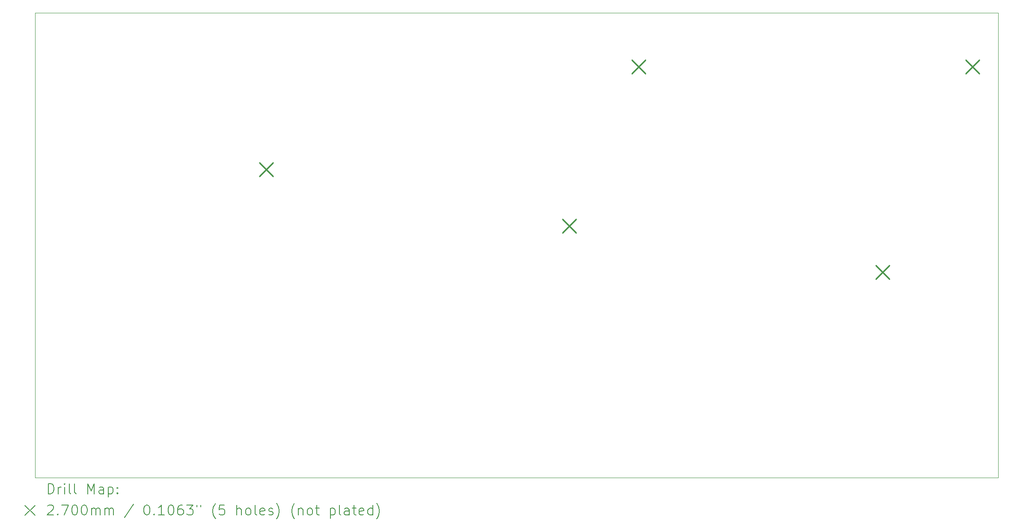
<source format=gbr>
%TF.GenerationSoftware,KiCad,Pcbnew,7.0.10*%
%TF.CreationDate,2024-03-05T22:09:49-05:00*%
%TF.ProjectId,PCB_Main_Final,5043425f-4d61-4696-9e5f-46696e616c2e,rev?*%
%TF.SameCoordinates,Original*%
%TF.FileFunction,Drillmap*%
%TF.FilePolarity,Positive*%
%FSLAX45Y45*%
G04 Gerber Fmt 4.5, Leading zero omitted, Abs format (unit mm)*
G04 Created by KiCad (PCBNEW 7.0.10) date 2024-03-05 22:09:49*
%MOMM*%
%LPD*%
G01*
G04 APERTURE LIST*
%ADD10C,0.100000*%
%ADD11C,0.200000*%
%ADD12C,0.270000*%
G04 APERTURE END LIST*
D10*
X4318000Y-4267200D02*
X23368000Y-4267200D01*
X23368000Y-13462000D01*
X4318000Y-13462000D01*
X4318000Y-4267200D01*
D11*
D12*
X8755000Y-7231000D02*
X9025000Y-7501000D01*
X9025000Y-7231000D02*
X8755000Y-7501000D01*
X14749400Y-8348600D02*
X15019400Y-8618600D01*
X15019400Y-8348600D02*
X14749400Y-8618600D01*
X16121000Y-5199000D02*
X16391000Y-5469000D01*
X16391000Y-5199000D02*
X16121000Y-5469000D01*
X20947000Y-9263000D02*
X21217000Y-9533000D01*
X21217000Y-9263000D02*
X20947000Y-9533000D01*
X22725000Y-5199000D02*
X22995000Y-5469000D01*
X22995000Y-5199000D02*
X22725000Y-5469000D01*
D11*
X4573777Y-13778484D02*
X4573777Y-13578484D01*
X4573777Y-13578484D02*
X4621396Y-13578484D01*
X4621396Y-13578484D02*
X4649967Y-13588008D01*
X4649967Y-13588008D02*
X4669015Y-13607055D01*
X4669015Y-13607055D02*
X4678539Y-13626103D01*
X4678539Y-13626103D02*
X4688063Y-13664198D01*
X4688063Y-13664198D02*
X4688063Y-13692769D01*
X4688063Y-13692769D02*
X4678539Y-13730865D01*
X4678539Y-13730865D02*
X4669015Y-13749912D01*
X4669015Y-13749912D02*
X4649967Y-13768960D01*
X4649967Y-13768960D02*
X4621396Y-13778484D01*
X4621396Y-13778484D02*
X4573777Y-13778484D01*
X4773777Y-13778484D02*
X4773777Y-13645150D01*
X4773777Y-13683246D02*
X4783301Y-13664198D01*
X4783301Y-13664198D02*
X4792824Y-13654674D01*
X4792824Y-13654674D02*
X4811872Y-13645150D01*
X4811872Y-13645150D02*
X4830920Y-13645150D01*
X4897586Y-13778484D02*
X4897586Y-13645150D01*
X4897586Y-13578484D02*
X4888063Y-13588008D01*
X4888063Y-13588008D02*
X4897586Y-13597531D01*
X4897586Y-13597531D02*
X4907110Y-13588008D01*
X4907110Y-13588008D02*
X4897586Y-13578484D01*
X4897586Y-13578484D02*
X4897586Y-13597531D01*
X5021396Y-13778484D02*
X5002348Y-13768960D01*
X5002348Y-13768960D02*
X4992824Y-13749912D01*
X4992824Y-13749912D02*
X4992824Y-13578484D01*
X5126158Y-13778484D02*
X5107110Y-13768960D01*
X5107110Y-13768960D02*
X5097586Y-13749912D01*
X5097586Y-13749912D02*
X5097586Y-13578484D01*
X5354729Y-13778484D02*
X5354729Y-13578484D01*
X5354729Y-13578484D02*
X5421396Y-13721341D01*
X5421396Y-13721341D02*
X5488063Y-13578484D01*
X5488063Y-13578484D02*
X5488063Y-13778484D01*
X5669015Y-13778484D02*
X5669015Y-13673722D01*
X5669015Y-13673722D02*
X5659491Y-13654674D01*
X5659491Y-13654674D02*
X5640443Y-13645150D01*
X5640443Y-13645150D02*
X5602348Y-13645150D01*
X5602348Y-13645150D02*
X5583301Y-13654674D01*
X5669015Y-13768960D02*
X5649967Y-13778484D01*
X5649967Y-13778484D02*
X5602348Y-13778484D01*
X5602348Y-13778484D02*
X5583301Y-13768960D01*
X5583301Y-13768960D02*
X5573777Y-13749912D01*
X5573777Y-13749912D02*
X5573777Y-13730865D01*
X5573777Y-13730865D02*
X5583301Y-13711817D01*
X5583301Y-13711817D02*
X5602348Y-13702293D01*
X5602348Y-13702293D02*
X5649967Y-13702293D01*
X5649967Y-13702293D02*
X5669015Y-13692769D01*
X5764253Y-13645150D02*
X5764253Y-13845150D01*
X5764253Y-13654674D02*
X5783301Y-13645150D01*
X5783301Y-13645150D02*
X5821396Y-13645150D01*
X5821396Y-13645150D02*
X5840443Y-13654674D01*
X5840443Y-13654674D02*
X5849967Y-13664198D01*
X5849967Y-13664198D02*
X5859491Y-13683246D01*
X5859491Y-13683246D02*
X5859491Y-13740388D01*
X5859491Y-13740388D02*
X5849967Y-13759436D01*
X5849967Y-13759436D02*
X5840443Y-13768960D01*
X5840443Y-13768960D02*
X5821396Y-13778484D01*
X5821396Y-13778484D02*
X5783301Y-13778484D01*
X5783301Y-13778484D02*
X5764253Y-13768960D01*
X5945205Y-13759436D02*
X5954729Y-13768960D01*
X5954729Y-13768960D02*
X5945205Y-13778484D01*
X5945205Y-13778484D02*
X5935682Y-13768960D01*
X5935682Y-13768960D02*
X5945205Y-13759436D01*
X5945205Y-13759436D02*
X5945205Y-13778484D01*
X5945205Y-13654674D02*
X5954729Y-13664198D01*
X5954729Y-13664198D02*
X5945205Y-13673722D01*
X5945205Y-13673722D02*
X5935682Y-13664198D01*
X5935682Y-13664198D02*
X5945205Y-13654674D01*
X5945205Y-13654674D02*
X5945205Y-13673722D01*
X4113000Y-14007000D02*
X4313000Y-14207000D01*
X4313000Y-14007000D02*
X4113000Y-14207000D01*
X4564253Y-14017531D02*
X4573777Y-14008008D01*
X4573777Y-14008008D02*
X4592824Y-13998484D01*
X4592824Y-13998484D02*
X4640444Y-13998484D01*
X4640444Y-13998484D02*
X4659491Y-14008008D01*
X4659491Y-14008008D02*
X4669015Y-14017531D01*
X4669015Y-14017531D02*
X4678539Y-14036579D01*
X4678539Y-14036579D02*
X4678539Y-14055627D01*
X4678539Y-14055627D02*
X4669015Y-14084198D01*
X4669015Y-14084198D02*
X4554729Y-14198484D01*
X4554729Y-14198484D02*
X4678539Y-14198484D01*
X4764253Y-14179436D02*
X4773777Y-14188960D01*
X4773777Y-14188960D02*
X4764253Y-14198484D01*
X4764253Y-14198484D02*
X4754729Y-14188960D01*
X4754729Y-14188960D02*
X4764253Y-14179436D01*
X4764253Y-14179436D02*
X4764253Y-14198484D01*
X4840444Y-13998484D02*
X4973777Y-13998484D01*
X4973777Y-13998484D02*
X4888063Y-14198484D01*
X5088063Y-13998484D02*
X5107110Y-13998484D01*
X5107110Y-13998484D02*
X5126158Y-14008008D01*
X5126158Y-14008008D02*
X5135682Y-14017531D01*
X5135682Y-14017531D02*
X5145205Y-14036579D01*
X5145205Y-14036579D02*
X5154729Y-14074674D01*
X5154729Y-14074674D02*
X5154729Y-14122293D01*
X5154729Y-14122293D02*
X5145205Y-14160388D01*
X5145205Y-14160388D02*
X5135682Y-14179436D01*
X5135682Y-14179436D02*
X5126158Y-14188960D01*
X5126158Y-14188960D02*
X5107110Y-14198484D01*
X5107110Y-14198484D02*
X5088063Y-14198484D01*
X5088063Y-14198484D02*
X5069015Y-14188960D01*
X5069015Y-14188960D02*
X5059491Y-14179436D01*
X5059491Y-14179436D02*
X5049967Y-14160388D01*
X5049967Y-14160388D02*
X5040444Y-14122293D01*
X5040444Y-14122293D02*
X5040444Y-14074674D01*
X5040444Y-14074674D02*
X5049967Y-14036579D01*
X5049967Y-14036579D02*
X5059491Y-14017531D01*
X5059491Y-14017531D02*
X5069015Y-14008008D01*
X5069015Y-14008008D02*
X5088063Y-13998484D01*
X5278539Y-13998484D02*
X5297586Y-13998484D01*
X5297586Y-13998484D02*
X5316634Y-14008008D01*
X5316634Y-14008008D02*
X5326158Y-14017531D01*
X5326158Y-14017531D02*
X5335682Y-14036579D01*
X5335682Y-14036579D02*
X5345205Y-14074674D01*
X5345205Y-14074674D02*
X5345205Y-14122293D01*
X5345205Y-14122293D02*
X5335682Y-14160388D01*
X5335682Y-14160388D02*
X5326158Y-14179436D01*
X5326158Y-14179436D02*
X5316634Y-14188960D01*
X5316634Y-14188960D02*
X5297586Y-14198484D01*
X5297586Y-14198484D02*
X5278539Y-14198484D01*
X5278539Y-14198484D02*
X5259491Y-14188960D01*
X5259491Y-14188960D02*
X5249967Y-14179436D01*
X5249967Y-14179436D02*
X5240444Y-14160388D01*
X5240444Y-14160388D02*
X5230920Y-14122293D01*
X5230920Y-14122293D02*
X5230920Y-14074674D01*
X5230920Y-14074674D02*
X5240444Y-14036579D01*
X5240444Y-14036579D02*
X5249967Y-14017531D01*
X5249967Y-14017531D02*
X5259491Y-14008008D01*
X5259491Y-14008008D02*
X5278539Y-13998484D01*
X5430920Y-14198484D02*
X5430920Y-14065150D01*
X5430920Y-14084198D02*
X5440444Y-14074674D01*
X5440444Y-14074674D02*
X5459491Y-14065150D01*
X5459491Y-14065150D02*
X5488063Y-14065150D01*
X5488063Y-14065150D02*
X5507110Y-14074674D01*
X5507110Y-14074674D02*
X5516634Y-14093722D01*
X5516634Y-14093722D02*
X5516634Y-14198484D01*
X5516634Y-14093722D02*
X5526158Y-14074674D01*
X5526158Y-14074674D02*
X5545205Y-14065150D01*
X5545205Y-14065150D02*
X5573777Y-14065150D01*
X5573777Y-14065150D02*
X5592824Y-14074674D01*
X5592824Y-14074674D02*
X5602348Y-14093722D01*
X5602348Y-14093722D02*
X5602348Y-14198484D01*
X5697586Y-14198484D02*
X5697586Y-14065150D01*
X5697586Y-14084198D02*
X5707110Y-14074674D01*
X5707110Y-14074674D02*
X5726158Y-14065150D01*
X5726158Y-14065150D02*
X5754729Y-14065150D01*
X5754729Y-14065150D02*
X5773777Y-14074674D01*
X5773777Y-14074674D02*
X5783301Y-14093722D01*
X5783301Y-14093722D02*
X5783301Y-14198484D01*
X5783301Y-14093722D02*
X5792824Y-14074674D01*
X5792824Y-14074674D02*
X5811872Y-14065150D01*
X5811872Y-14065150D02*
X5840443Y-14065150D01*
X5840443Y-14065150D02*
X5859491Y-14074674D01*
X5859491Y-14074674D02*
X5869015Y-14093722D01*
X5869015Y-14093722D02*
X5869015Y-14198484D01*
X6259491Y-13988960D02*
X6088063Y-14246103D01*
X6516634Y-13998484D02*
X6535682Y-13998484D01*
X6535682Y-13998484D02*
X6554729Y-14008008D01*
X6554729Y-14008008D02*
X6564253Y-14017531D01*
X6564253Y-14017531D02*
X6573777Y-14036579D01*
X6573777Y-14036579D02*
X6583301Y-14074674D01*
X6583301Y-14074674D02*
X6583301Y-14122293D01*
X6583301Y-14122293D02*
X6573777Y-14160388D01*
X6573777Y-14160388D02*
X6564253Y-14179436D01*
X6564253Y-14179436D02*
X6554729Y-14188960D01*
X6554729Y-14188960D02*
X6535682Y-14198484D01*
X6535682Y-14198484D02*
X6516634Y-14198484D01*
X6516634Y-14198484D02*
X6497586Y-14188960D01*
X6497586Y-14188960D02*
X6488063Y-14179436D01*
X6488063Y-14179436D02*
X6478539Y-14160388D01*
X6478539Y-14160388D02*
X6469015Y-14122293D01*
X6469015Y-14122293D02*
X6469015Y-14074674D01*
X6469015Y-14074674D02*
X6478539Y-14036579D01*
X6478539Y-14036579D02*
X6488063Y-14017531D01*
X6488063Y-14017531D02*
X6497586Y-14008008D01*
X6497586Y-14008008D02*
X6516634Y-13998484D01*
X6669015Y-14179436D02*
X6678539Y-14188960D01*
X6678539Y-14188960D02*
X6669015Y-14198484D01*
X6669015Y-14198484D02*
X6659491Y-14188960D01*
X6659491Y-14188960D02*
X6669015Y-14179436D01*
X6669015Y-14179436D02*
X6669015Y-14198484D01*
X6869015Y-14198484D02*
X6754729Y-14198484D01*
X6811872Y-14198484D02*
X6811872Y-13998484D01*
X6811872Y-13998484D02*
X6792825Y-14027055D01*
X6792825Y-14027055D02*
X6773777Y-14046103D01*
X6773777Y-14046103D02*
X6754729Y-14055627D01*
X6992825Y-13998484D02*
X7011872Y-13998484D01*
X7011872Y-13998484D02*
X7030920Y-14008008D01*
X7030920Y-14008008D02*
X7040444Y-14017531D01*
X7040444Y-14017531D02*
X7049967Y-14036579D01*
X7049967Y-14036579D02*
X7059491Y-14074674D01*
X7059491Y-14074674D02*
X7059491Y-14122293D01*
X7059491Y-14122293D02*
X7049967Y-14160388D01*
X7049967Y-14160388D02*
X7040444Y-14179436D01*
X7040444Y-14179436D02*
X7030920Y-14188960D01*
X7030920Y-14188960D02*
X7011872Y-14198484D01*
X7011872Y-14198484D02*
X6992825Y-14198484D01*
X6992825Y-14198484D02*
X6973777Y-14188960D01*
X6973777Y-14188960D02*
X6964253Y-14179436D01*
X6964253Y-14179436D02*
X6954729Y-14160388D01*
X6954729Y-14160388D02*
X6945206Y-14122293D01*
X6945206Y-14122293D02*
X6945206Y-14074674D01*
X6945206Y-14074674D02*
X6954729Y-14036579D01*
X6954729Y-14036579D02*
X6964253Y-14017531D01*
X6964253Y-14017531D02*
X6973777Y-14008008D01*
X6973777Y-14008008D02*
X6992825Y-13998484D01*
X7230920Y-13998484D02*
X7192825Y-13998484D01*
X7192825Y-13998484D02*
X7173777Y-14008008D01*
X7173777Y-14008008D02*
X7164253Y-14017531D01*
X7164253Y-14017531D02*
X7145206Y-14046103D01*
X7145206Y-14046103D02*
X7135682Y-14084198D01*
X7135682Y-14084198D02*
X7135682Y-14160388D01*
X7135682Y-14160388D02*
X7145206Y-14179436D01*
X7145206Y-14179436D02*
X7154729Y-14188960D01*
X7154729Y-14188960D02*
X7173777Y-14198484D01*
X7173777Y-14198484D02*
X7211872Y-14198484D01*
X7211872Y-14198484D02*
X7230920Y-14188960D01*
X7230920Y-14188960D02*
X7240444Y-14179436D01*
X7240444Y-14179436D02*
X7249967Y-14160388D01*
X7249967Y-14160388D02*
X7249967Y-14112769D01*
X7249967Y-14112769D02*
X7240444Y-14093722D01*
X7240444Y-14093722D02*
X7230920Y-14084198D01*
X7230920Y-14084198D02*
X7211872Y-14074674D01*
X7211872Y-14074674D02*
X7173777Y-14074674D01*
X7173777Y-14074674D02*
X7154729Y-14084198D01*
X7154729Y-14084198D02*
X7145206Y-14093722D01*
X7145206Y-14093722D02*
X7135682Y-14112769D01*
X7316634Y-13998484D02*
X7440444Y-13998484D01*
X7440444Y-13998484D02*
X7373777Y-14074674D01*
X7373777Y-14074674D02*
X7402348Y-14074674D01*
X7402348Y-14074674D02*
X7421396Y-14084198D01*
X7421396Y-14084198D02*
X7430920Y-14093722D01*
X7430920Y-14093722D02*
X7440444Y-14112769D01*
X7440444Y-14112769D02*
X7440444Y-14160388D01*
X7440444Y-14160388D02*
X7430920Y-14179436D01*
X7430920Y-14179436D02*
X7421396Y-14188960D01*
X7421396Y-14188960D02*
X7402348Y-14198484D01*
X7402348Y-14198484D02*
X7345206Y-14198484D01*
X7345206Y-14198484D02*
X7326158Y-14188960D01*
X7326158Y-14188960D02*
X7316634Y-14179436D01*
X7516634Y-13998484D02*
X7516634Y-14036579D01*
X7592825Y-13998484D02*
X7592825Y-14036579D01*
X7888063Y-14274674D02*
X7878539Y-14265150D01*
X7878539Y-14265150D02*
X7859491Y-14236579D01*
X7859491Y-14236579D02*
X7849968Y-14217531D01*
X7849968Y-14217531D02*
X7840444Y-14188960D01*
X7840444Y-14188960D02*
X7830920Y-14141341D01*
X7830920Y-14141341D02*
X7830920Y-14103246D01*
X7830920Y-14103246D02*
X7840444Y-14055627D01*
X7840444Y-14055627D02*
X7849968Y-14027055D01*
X7849968Y-14027055D02*
X7859491Y-14008008D01*
X7859491Y-14008008D02*
X7878539Y-13979436D01*
X7878539Y-13979436D02*
X7888063Y-13969912D01*
X8059491Y-13998484D02*
X7964253Y-13998484D01*
X7964253Y-13998484D02*
X7954729Y-14093722D01*
X7954729Y-14093722D02*
X7964253Y-14084198D01*
X7964253Y-14084198D02*
X7983301Y-14074674D01*
X7983301Y-14074674D02*
X8030920Y-14074674D01*
X8030920Y-14074674D02*
X8049968Y-14084198D01*
X8049968Y-14084198D02*
X8059491Y-14093722D01*
X8059491Y-14093722D02*
X8069015Y-14112769D01*
X8069015Y-14112769D02*
X8069015Y-14160388D01*
X8069015Y-14160388D02*
X8059491Y-14179436D01*
X8059491Y-14179436D02*
X8049968Y-14188960D01*
X8049968Y-14188960D02*
X8030920Y-14198484D01*
X8030920Y-14198484D02*
X7983301Y-14198484D01*
X7983301Y-14198484D02*
X7964253Y-14188960D01*
X7964253Y-14188960D02*
X7954729Y-14179436D01*
X8307110Y-14198484D02*
X8307110Y-13998484D01*
X8392825Y-14198484D02*
X8392825Y-14093722D01*
X8392825Y-14093722D02*
X8383301Y-14074674D01*
X8383301Y-14074674D02*
X8364253Y-14065150D01*
X8364253Y-14065150D02*
X8335682Y-14065150D01*
X8335682Y-14065150D02*
X8316634Y-14074674D01*
X8316634Y-14074674D02*
X8307110Y-14084198D01*
X8516634Y-14198484D02*
X8497587Y-14188960D01*
X8497587Y-14188960D02*
X8488063Y-14179436D01*
X8488063Y-14179436D02*
X8478539Y-14160388D01*
X8478539Y-14160388D02*
X8478539Y-14103246D01*
X8478539Y-14103246D02*
X8488063Y-14084198D01*
X8488063Y-14084198D02*
X8497587Y-14074674D01*
X8497587Y-14074674D02*
X8516634Y-14065150D01*
X8516634Y-14065150D02*
X8545206Y-14065150D01*
X8545206Y-14065150D02*
X8564253Y-14074674D01*
X8564253Y-14074674D02*
X8573777Y-14084198D01*
X8573777Y-14084198D02*
X8583301Y-14103246D01*
X8583301Y-14103246D02*
X8583301Y-14160388D01*
X8583301Y-14160388D02*
X8573777Y-14179436D01*
X8573777Y-14179436D02*
X8564253Y-14188960D01*
X8564253Y-14188960D02*
X8545206Y-14198484D01*
X8545206Y-14198484D02*
X8516634Y-14198484D01*
X8697587Y-14198484D02*
X8678539Y-14188960D01*
X8678539Y-14188960D02*
X8669015Y-14169912D01*
X8669015Y-14169912D02*
X8669015Y-13998484D01*
X8849968Y-14188960D02*
X8830920Y-14198484D01*
X8830920Y-14198484D02*
X8792825Y-14198484D01*
X8792825Y-14198484D02*
X8773777Y-14188960D01*
X8773777Y-14188960D02*
X8764253Y-14169912D01*
X8764253Y-14169912D02*
X8764253Y-14093722D01*
X8764253Y-14093722D02*
X8773777Y-14074674D01*
X8773777Y-14074674D02*
X8792825Y-14065150D01*
X8792825Y-14065150D02*
X8830920Y-14065150D01*
X8830920Y-14065150D02*
X8849968Y-14074674D01*
X8849968Y-14074674D02*
X8859492Y-14093722D01*
X8859492Y-14093722D02*
X8859492Y-14112769D01*
X8859492Y-14112769D02*
X8764253Y-14131817D01*
X8935682Y-14188960D02*
X8954730Y-14198484D01*
X8954730Y-14198484D02*
X8992825Y-14198484D01*
X8992825Y-14198484D02*
X9011873Y-14188960D01*
X9011873Y-14188960D02*
X9021396Y-14169912D01*
X9021396Y-14169912D02*
X9021396Y-14160388D01*
X9021396Y-14160388D02*
X9011873Y-14141341D01*
X9011873Y-14141341D02*
X8992825Y-14131817D01*
X8992825Y-14131817D02*
X8964253Y-14131817D01*
X8964253Y-14131817D02*
X8945206Y-14122293D01*
X8945206Y-14122293D02*
X8935682Y-14103246D01*
X8935682Y-14103246D02*
X8935682Y-14093722D01*
X8935682Y-14093722D02*
X8945206Y-14074674D01*
X8945206Y-14074674D02*
X8964253Y-14065150D01*
X8964253Y-14065150D02*
X8992825Y-14065150D01*
X8992825Y-14065150D02*
X9011873Y-14074674D01*
X9088063Y-14274674D02*
X9097587Y-14265150D01*
X9097587Y-14265150D02*
X9116634Y-14236579D01*
X9116634Y-14236579D02*
X9126158Y-14217531D01*
X9126158Y-14217531D02*
X9135682Y-14188960D01*
X9135682Y-14188960D02*
X9145206Y-14141341D01*
X9145206Y-14141341D02*
X9145206Y-14103246D01*
X9145206Y-14103246D02*
X9135682Y-14055627D01*
X9135682Y-14055627D02*
X9126158Y-14027055D01*
X9126158Y-14027055D02*
X9116634Y-14008008D01*
X9116634Y-14008008D02*
X9097587Y-13979436D01*
X9097587Y-13979436D02*
X9088063Y-13969912D01*
X9449968Y-14274674D02*
X9440444Y-14265150D01*
X9440444Y-14265150D02*
X9421396Y-14236579D01*
X9421396Y-14236579D02*
X9411873Y-14217531D01*
X9411873Y-14217531D02*
X9402349Y-14188960D01*
X9402349Y-14188960D02*
X9392825Y-14141341D01*
X9392825Y-14141341D02*
X9392825Y-14103246D01*
X9392825Y-14103246D02*
X9402349Y-14055627D01*
X9402349Y-14055627D02*
X9411873Y-14027055D01*
X9411873Y-14027055D02*
X9421396Y-14008008D01*
X9421396Y-14008008D02*
X9440444Y-13979436D01*
X9440444Y-13979436D02*
X9449968Y-13969912D01*
X9526158Y-14065150D02*
X9526158Y-14198484D01*
X9526158Y-14084198D02*
X9535682Y-14074674D01*
X9535682Y-14074674D02*
X9554730Y-14065150D01*
X9554730Y-14065150D02*
X9583301Y-14065150D01*
X9583301Y-14065150D02*
X9602349Y-14074674D01*
X9602349Y-14074674D02*
X9611873Y-14093722D01*
X9611873Y-14093722D02*
X9611873Y-14198484D01*
X9735682Y-14198484D02*
X9716634Y-14188960D01*
X9716634Y-14188960D02*
X9707111Y-14179436D01*
X9707111Y-14179436D02*
X9697587Y-14160388D01*
X9697587Y-14160388D02*
X9697587Y-14103246D01*
X9697587Y-14103246D02*
X9707111Y-14084198D01*
X9707111Y-14084198D02*
X9716634Y-14074674D01*
X9716634Y-14074674D02*
X9735682Y-14065150D01*
X9735682Y-14065150D02*
X9764254Y-14065150D01*
X9764254Y-14065150D02*
X9783301Y-14074674D01*
X9783301Y-14074674D02*
X9792825Y-14084198D01*
X9792825Y-14084198D02*
X9802349Y-14103246D01*
X9802349Y-14103246D02*
X9802349Y-14160388D01*
X9802349Y-14160388D02*
X9792825Y-14179436D01*
X9792825Y-14179436D02*
X9783301Y-14188960D01*
X9783301Y-14188960D02*
X9764254Y-14198484D01*
X9764254Y-14198484D02*
X9735682Y-14198484D01*
X9859492Y-14065150D02*
X9935682Y-14065150D01*
X9888063Y-13998484D02*
X9888063Y-14169912D01*
X9888063Y-14169912D02*
X9897587Y-14188960D01*
X9897587Y-14188960D02*
X9916634Y-14198484D01*
X9916634Y-14198484D02*
X9935682Y-14198484D01*
X10154730Y-14065150D02*
X10154730Y-14265150D01*
X10154730Y-14074674D02*
X10173777Y-14065150D01*
X10173777Y-14065150D02*
X10211873Y-14065150D01*
X10211873Y-14065150D02*
X10230920Y-14074674D01*
X10230920Y-14074674D02*
X10240444Y-14084198D01*
X10240444Y-14084198D02*
X10249968Y-14103246D01*
X10249968Y-14103246D02*
X10249968Y-14160388D01*
X10249968Y-14160388D02*
X10240444Y-14179436D01*
X10240444Y-14179436D02*
X10230920Y-14188960D01*
X10230920Y-14188960D02*
X10211873Y-14198484D01*
X10211873Y-14198484D02*
X10173777Y-14198484D01*
X10173777Y-14198484D02*
X10154730Y-14188960D01*
X10364254Y-14198484D02*
X10345206Y-14188960D01*
X10345206Y-14188960D02*
X10335682Y-14169912D01*
X10335682Y-14169912D02*
X10335682Y-13998484D01*
X10526158Y-14198484D02*
X10526158Y-14093722D01*
X10526158Y-14093722D02*
X10516635Y-14074674D01*
X10516635Y-14074674D02*
X10497587Y-14065150D01*
X10497587Y-14065150D02*
X10459492Y-14065150D01*
X10459492Y-14065150D02*
X10440444Y-14074674D01*
X10526158Y-14188960D02*
X10507111Y-14198484D01*
X10507111Y-14198484D02*
X10459492Y-14198484D01*
X10459492Y-14198484D02*
X10440444Y-14188960D01*
X10440444Y-14188960D02*
X10430920Y-14169912D01*
X10430920Y-14169912D02*
X10430920Y-14150865D01*
X10430920Y-14150865D02*
X10440444Y-14131817D01*
X10440444Y-14131817D02*
X10459492Y-14122293D01*
X10459492Y-14122293D02*
X10507111Y-14122293D01*
X10507111Y-14122293D02*
X10526158Y-14112769D01*
X10592825Y-14065150D02*
X10669015Y-14065150D01*
X10621396Y-13998484D02*
X10621396Y-14169912D01*
X10621396Y-14169912D02*
X10630920Y-14188960D01*
X10630920Y-14188960D02*
X10649968Y-14198484D01*
X10649968Y-14198484D02*
X10669015Y-14198484D01*
X10811873Y-14188960D02*
X10792825Y-14198484D01*
X10792825Y-14198484D02*
X10754730Y-14198484D01*
X10754730Y-14198484D02*
X10735682Y-14188960D01*
X10735682Y-14188960D02*
X10726158Y-14169912D01*
X10726158Y-14169912D02*
X10726158Y-14093722D01*
X10726158Y-14093722D02*
X10735682Y-14074674D01*
X10735682Y-14074674D02*
X10754730Y-14065150D01*
X10754730Y-14065150D02*
X10792825Y-14065150D01*
X10792825Y-14065150D02*
X10811873Y-14074674D01*
X10811873Y-14074674D02*
X10821396Y-14093722D01*
X10821396Y-14093722D02*
X10821396Y-14112769D01*
X10821396Y-14112769D02*
X10726158Y-14131817D01*
X10992825Y-14198484D02*
X10992825Y-13998484D01*
X10992825Y-14188960D02*
X10973777Y-14198484D01*
X10973777Y-14198484D02*
X10935682Y-14198484D01*
X10935682Y-14198484D02*
X10916635Y-14188960D01*
X10916635Y-14188960D02*
X10907111Y-14179436D01*
X10907111Y-14179436D02*
X10897587Y-14160388D01*
X10897587Y-14160388D02*
X10897587Y-14103246D01*
X10897587Y-14103246D02*
X10907111Y-14084198D01*
X10907111Y-14084198D02*
X10916635Y-14074674D01*
X10916635Y-14074674D02*
X10935682Y-14065150D01*
X10935682Y-14065150D02*
X10973777Y-14065150D01*
X10973777Y-14065150D02*
X10992825Y-14074674D01*
X11069016Y-14274674D02*
X11078539Y-14265150D01*
X11078539Y-14265150D02*
X11097587Y-14236579D01*
X11097587Y-14236579D02*
X11107111Y-14217531D01*
X11107111Y-14217531D02*
X11116635Y-14188960D01*
X11116635Y-14188960D02*
X11126158Y-14141341D01*
X11126158Y-14141341D02*
X11126158Y-14103246D01*
X11126158Y-14103246D02*
X11116635Y-14055627D01*
X11116635Y-14055627D02*
X11107111Y-14027055D01*
X11107111Y-14027055D02*
X11097587Y-14008008D01*
X11097587Y-14008008D02*
X11078539Y-13979436D01*
X11078539Y-13979436D02*
X11069016Y-13969912D01*
M02*

</source>
